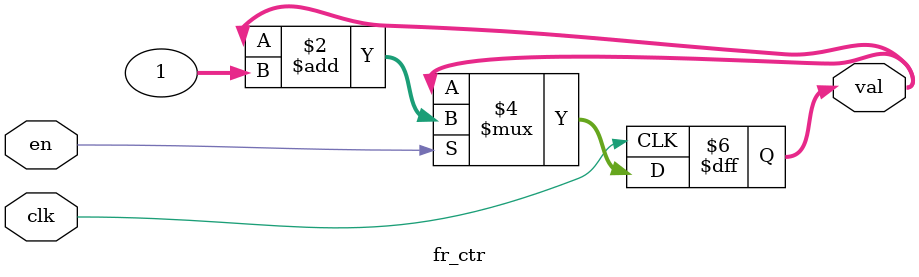
<source format=v>
`timescale 1ns / 1ps
module fr_ctr( input en, clk,
output reg [31:0] val=0
    );

always @(posedge clk)
begin
	if (en)
		val<=val+1;
end	
endmodule

</source>
